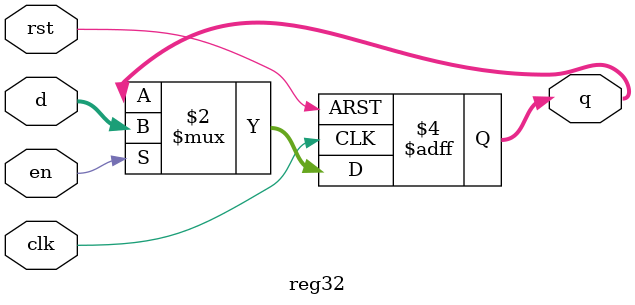
<source format=v>
module reg32 (
    input wire clk,        // Clock signal
    input wire rst,        // Active-high reset signal
    input wire en,         // Enable signal
    input wire [31:0] d,   // 32-bit input data
    output reg [31:0] q    // 32-bit output data
);

    always @(posedge clk or posedge rst) begin
        if (rst)
            q <= 32'b0; // Reset register to 0
        else if (en)
            q <= d;     // Load new data when enable is high
    end

endmodule

</source>
